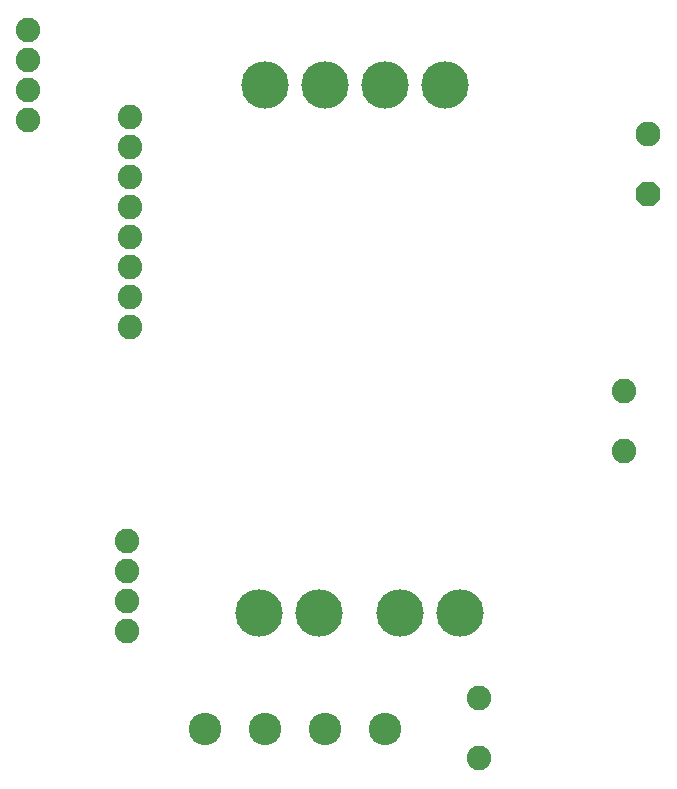
<source format=gbs>
G75*
%MOIN*%
%OFA0B0*%
%FSLAX25Y25*%
%IPPOS*%
%LPD*%
%AMOC8*
5,1,8,0,0,1.08239X$1,22.5*
%
%ADD10C,0.15800*%
%ADD11C,0.08200*%
%ADD12C,0.10800*%
%ADD13C,0.08300*%
%ADD14OC8,0.08300*%
D10*
X0091512Y0058559D03*
X0111512Y0058559D03*
X0138598Y0058559D03*
X0158598Y0058559D03*
X0153480Y0234543D03*
X0133480Y0234543D03*
X0113480Y0234543D03*
X0093480Y0234543D03*
D11*
X0047535Y0052693D03*
X0047535Y0062693D03*
X0047535Y0072693D03*
X0047535Y0082693D03*
X0048362Y0153874D03*
X0048362Y0163874D03*
X0048362Y0173874D03*
X0048362Y0183874D03*
X0048362Y0193874D03*
X0048362Y0203874D03*
X0048362Y0213874D03*
X0048362Y0223874D03*
X0014661Y0222732D03*
X0014661Y0232732D03*
X0014661Y0242732D03*
X0014661Y0252732D03*
X0213283Y0132457D03*
X0213283Y0112457D03*
X0164780Y0030252D03*
X0164780Y0010252D03*
D12*
X0133441Y0019819D03*
X0113441Y0019819D03*
X0093441Y0019819D03*
X0073441Y0019819D03*
D13*
X0221079Y0218087D03*
D14*
X0221079Y0198087D03*
M02*

</source>
